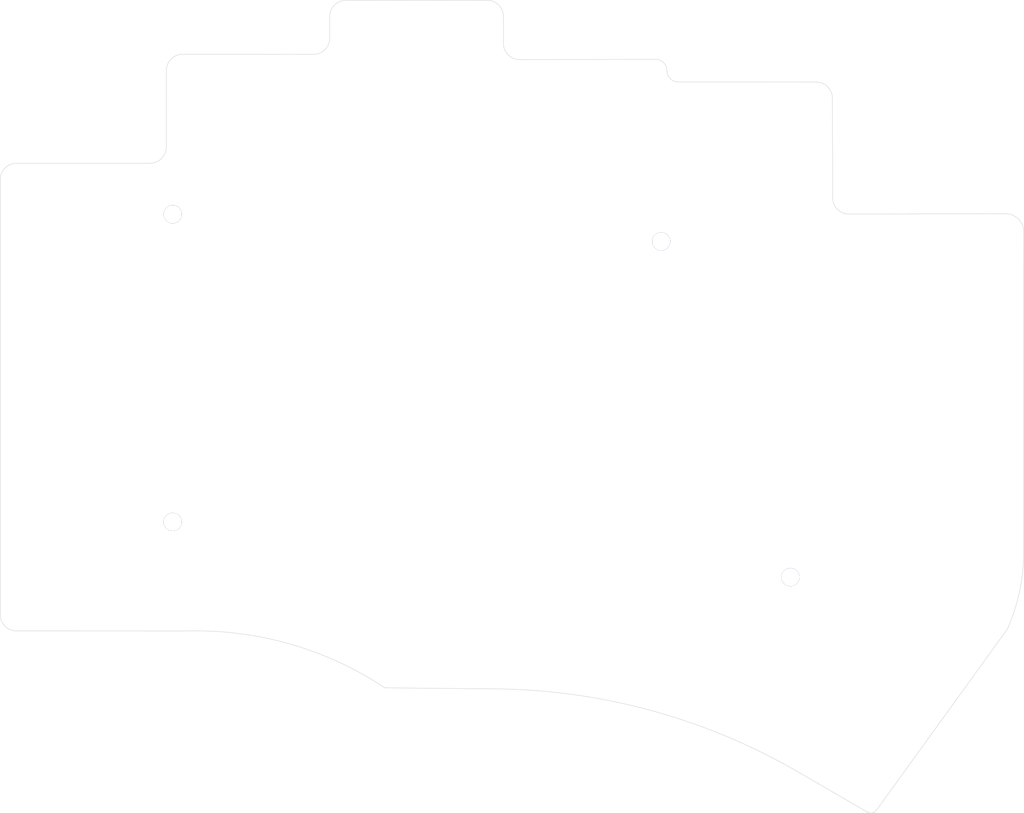
<source format=kicad_pcb>
(kicad_pcb (version 20221018) (generator pcbnew)
  (title_block (title "bottom_plate") (date "2023-08-12") (rev "0.1") (comment 1 "https://github.com/richardbendli/ferris_sweep_tweaked"))
  (layers (0 "F.Cu" signal) (31 "B.Cu" signal) (34 "B.Paste" user) (35 "F.Paste" user) (36 "B.SilkS" user "B.Silkscreen") (37 "F.SilkS" user "F.Silkscreen") (38 "B.Mask" user) (39 "F.Mask" user) (44 "Edge.Cuts" user))
  (net 0 "")
  (footprint "arkenswoop:M2_2mm_hole" (layer "F.Cu") (at 148.510701 123.849903)
    (fp_text reference "" hide)
    (fp_text value "M2_2mm_hole" hide)
    (pad "" thru_hole circle (at 0 0) (size 2 2) (drill 2) (layers "*.Cu" "*.Mask"))
  )
  (footprint "arkenswoop:M2_2mm_hole" (layer "F.Cu") (at 80.25 117.75)
    (fp_text reference "" hide)
    (fp_text value "M2_2mm_hole" hide)
    (pad "" thru_hole circle (at 0 0) (size 2 2) (drill 2) (layers "*.Cu" "*.Mask"))
  )
  (footprint "arkenswoop:M2_2mm_hole" (layer "F.Cu") (at 80.25 83.75)
    (fp_text reference "" hide)
    (fp_text value "M2_2mm_hole" hide)
    (pad "" thru_hole circle (at 0 0) (size 2 2) (drill 2) (layers "*.Cu" "*.Mask"))
  )
  (footprint "arkenswoop:M2_2mm_hole" (layer "F.Cu") (at 134.228545 86.75)
    (fp_text reference "" hide)
    (fp_text value "M2_2mm_hole" hide)
    (pad "" thru_hole circle (at 0 0) (size 2 2) (drill 2) (layers "*.Cu" "*.Mask"))
  )
  (gr_line (start 61.188833 79.86901) (end 61.188833 127.991349) (stroke (width 0.05)) (layer "Edge.Cuts"))
  (gr_line (start 153.179951 81.839663) (end 153.145111 70.933883) (stroke (width 0.05)) (layer "Edge.Cuts"))
  (gr_line (start 174.3 85.7) (end 174.281568 121.466832) (stroke (width 0.05)) (layer "Edge.Cuts"))
  (gr_arc (start 172.300011 83.699858) (mid 173.714247 84.28573) (end 174.3 85.7) (stroke (width 0.05)) (layer "Edge.Cuts"))
  (gr_line (start 133.616117 66.633883) (end 118.540222 66.661837) (stroke (width 0.05)) (layer "Edge.Cuts"))
  (gr_line (start 116.795111 61.894135) (end 116.795111 64.867702) (stroke (width 0.05)) (layer "Edge.Cuts"))
  (gr_line (start 115.05 60.1) (end 99.389516 60.11343) (stroke (width 0.05)) (layer "Edge.Cuts"))
  (gr_arc (start 133.616117 66.633883) (mid 134.5 67) (end 134.866117 67.883883) (stroke (width 0.05)) (layer "Edge.Cuts"))
  (gr_arc (start 136.116117 69.133883) (mid 135.232234 68.767766) (end 134.866117 67.883883) (stroke (width 0.05)) (layer "Edge.Cuts"))
  (gr_line (start 79.547715 67.826168) (end 79.543548 76.357158) (stroke (width 0.05)) (layer "Edge.Cuts"))
  (gr_arc (start 97.595381 61.858541) (mid 98.138076 60.621651) (end 99.389516 60.11343) (stroke (width 0.05)) (layer "Edge.Cuts"))
  (gr_line (start 115.235769 136.194832) (end 103.694979 136.082549) (stroke (width 0.05)) (layer "Edge.Cuts"))
  (gr_line (start 77.745029 78.114927) (end 62.983651 78.123526) (stroke (width 0.05)) (layer "Edge.Cuts"))
  (gr_line (start 81.9 129.8) (end 62.944009 129.795833) (stroke (width 0.05)) (layer "Edge.Cuts"))
  (gr_line (start 157.030886 149.825076) (end 149.229607 145.303912) (stroke (width 0.05)) (layer "Edge.Cuts"))
  (gr_arc (start 115.05 60.1) (mid 116.286898 60.642691) (end 116.795111 61.894135) (stroke (width 0.05)) (layer "Edge.Cuts"))
  (gr_arc (start 151.4 69.139748) (mid 152.63689 69.682443) (end 153.145111 70.933883) (stroke (width 0.05)) (layer "Edge.Cuts"))
  (gr_arc (start 174.281567 121.466832) (mid 173.789865 125.619716) (end 172.48064 129.591384) (stroke (width 0.05)) (layer "Edge.Cuts"))
  (gr_line (start 151.4 69.139748) (end 136.116117 69.133883) (stroke (width 0.05)) (layer "Edge.Cuts"))
  (gr_arc (start 79.543548 76.357158) (mid 79.000006 77.600024) (end 77.745029 78.114927) (stroke (width 0.05)) (layer "Edge.Cuts"))
  (gr_arc (start 115.235769 136.194832) (mid 132.832334 138.511576) (end 149.229607 145.303912) (stroke (width 0.05)) (layer "Edge.Cuts"))
  (gr_arc (start 158.055405 149.550557) (mid 157.600001 149.900002) (end 157.030886 149.825076) (stroke (width 0.05)) (layer "Edge.Cuts"))
  (gr_arc (start 61.188834 79.86901) (mid 61.73183 78.631838) (end 62.983651 78.123526) (stroke (width 0.05)) (layer "Edge.Cuts"))
  (gr_arc (start 81.9 129.8) (mid 93.2811 131.263566) (end 103.694979 136.082549) (stroke (width 0.05)) (layer "Edge.Cuts"))
  (gr_arc (start 97.6 64.338143) (mid 97.057294 65.575) (end 95.805865 66.083254) (stroke (width 0.05)) (layer "Edge.Cuts"))
  (gr_line (start 97.595381 61.858541) (end 97.6 64.338143) (stroke (width 0.05)) (layer "Edge.Cuts"))
  (gr_line (start 158.055405 149.550557) (end 172.48064 129.591384) (stroke (width 0.05)) (layer "Edge.Cuts"))
  (gr_arc (start 118.540222 66.661837) (mid 117.303351 66.119136) (end 116.795111 64.867702) (stroke (width 0.05)) (layer "Edge.Cuts"))
  (gr_line (start 95.805865 66.083254) (end 81.352199 66.070992) (stroke (width 0.05)) (layer "Edge.Cuts"))
  (gr_arc (start 154.91698 83.726849) (mid 153.65 83.15) (end 153.179951 81.839663) (stroke (width 0.05)) (layer "Edge.Cuts"))
  (gr_arc (start 62.944009 129.795833) (mid 61.7 129.25) (end 61.188833 127.991349) (stroke (width 0.05)) (layer "Edge.Cuts"))
  (gr_line (start 154.91698 83.726849) (end 172.300011 83.699858) (stroke (width 0.05)) (layer "Edge.Cuts"))
  (gr_arc (start 79.547715 67.826168) (mid 80.093555 66.582164) (end 81.352199 66.070992) (stroke (width 0.05)) (layer "Edge.Cuts"))
)
</source>
